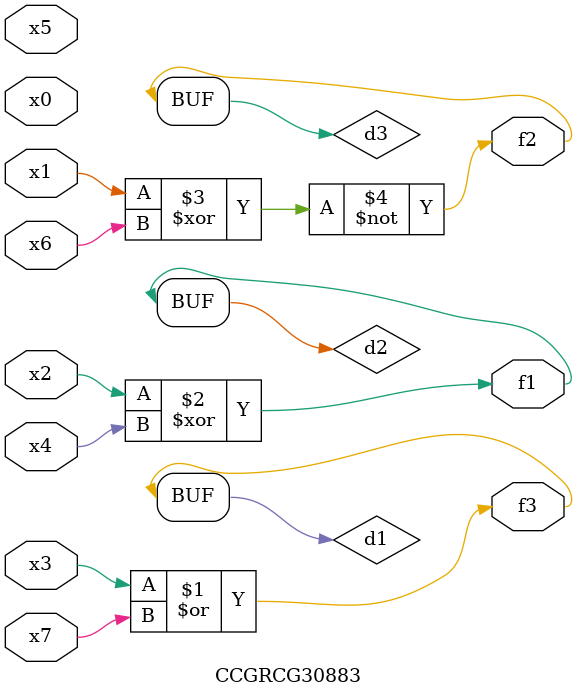
<source format=v>
module CCGRCG30883(
	input x0, x1, x2, x3, x4, x5, x6, x7,
	output f1, f2, f3
);

	wire d1, d2, d3;

	or (d1, x3, x7);
	xor (d2, x2, x4);
	xnor (d3, x1, x6);
	assign f1 = d2;
	assign f2 = d3;
	assign f3 = d1;
endmodule

</source>
